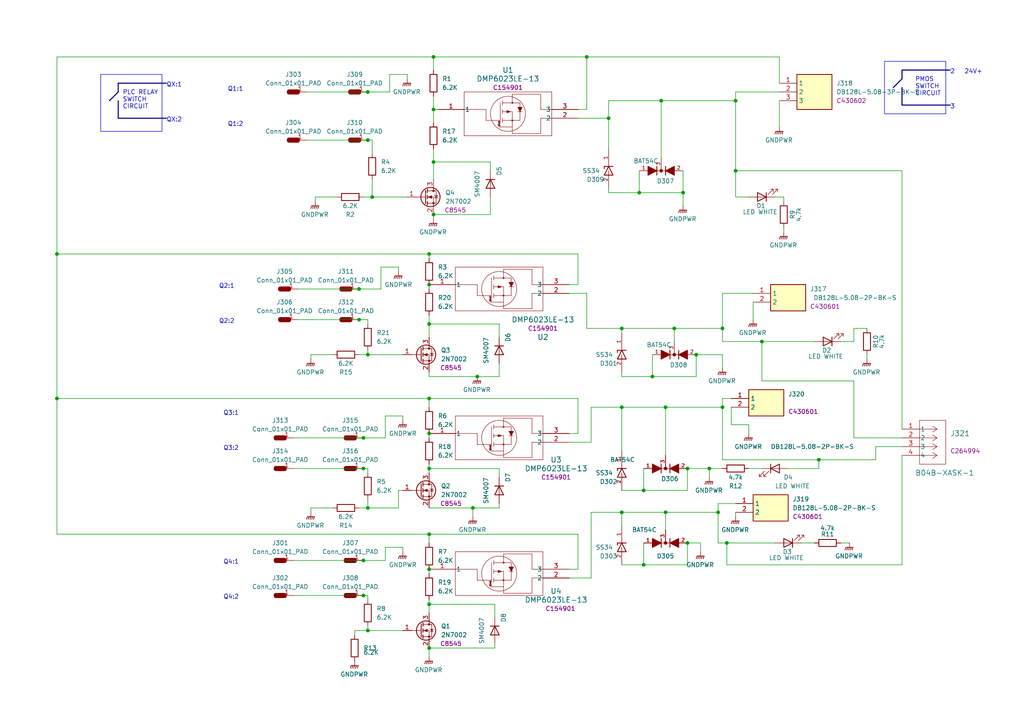
<source format=kicad_sch>
(kicad_sch (version 20230121) (generator eeschema)
  (paper "A4")
  (title_block (title "PLC OUTPUTS (P-MOS)"))
  (lib_symbols
    (symbol "Device:LED" (pin_numbers hide) (pin_names (offset 1.016) hide)
      (property "Reference" "D" (at 0 2.54 0))
      (property "Value" "LED" (at 0 -2.54 0))
      (symbol "LED_1_1"
        (pin passive line (at -3.81 0 0) (length 2.54) (name "K") (number "1"))
        (pin passive line (at 3.81 0 180) (length 2.54) (name "A") (number "2"))
      )
    )
    (symbol "Device:R" (pin_numbers hide) (pin_names (offset 0))
      (property "Reference" "R" (at 2.032 0 90))
      (property "Value" "R" (at 0 0 90))
      (symbol "R_1_1"
        (pin passive line (at 0 3.81 270) (length 1.27) (name "~") (number "1"))
        (pin passive line (at 0 -3.81 90) (length 1.27) (name "~") (number "2"))
      )
    )
    (symbol "Diode:SM4007" (pin_numbers hide) (pin_names hide)
      (property "Reference" "D" (at 0 2.54 0))
      (property "Value" "SM4007" (at 0 -2.54 0))
      (symbol "SM4007_1_1"
        (pin passive line (at -3.81 0 0) (length 2.54) (name "K") (number "1"))
        (pin passive line (at 3.81 0 180) (length 2.54) (name "A") (number "2"))
      )
    )
    (symbol "PCB_Library:1729128"
      (property "Reference" "J" (at 16.51 7.62 0))
      (property "Value" "XY128V-A-5.08-2P" (at 16.51 5.08 0))
      (property "LCSC" "C557665" (at 8.89 6.35 0))
      (symbol "1729128_1_1"
        (pin passive line (at 0 0 0) (length 5.08) (name "1") (number "1"))
        (pin passive line (at 0 -2.54 0) (length 5.08) (name "2") (number "2"))
      )
    )
    (symbol "PCB_Library:B04B-XASK-1" (pin_names (offset 0.254))
      (property "Reference" "J" (at 8.89 6.35 0))
      (property "Value" "B04B-XASK-1" (at 2.54 10.16 0))
      (property "LCSC" "C264994" (at -5.08 3.81 0))
      (symbol "B04B-XASK-1_1_1"
        (pin unspecified line (at 0 0 0) (length 5.08) (name "1") (number "1"))
        (pin unspecified line (at 0 -2.54 0) (length 5.08) (name "2") (number "2"))
        (pin unspecified line (at 0 -5.08 0) (length 5.08) (name "3") (number "3"))
        (pin unspecified line (at 0 -7.62 0) (length 5.08) (name "4") (number "4"))
      )
      (symbol "B04B-XASK-1_1_2"
        (pin unspecified line (at 0 0 0) (length 5.08) (name "1") (number "1"))
        (pin unspecified line (at 0 -2.54 0) (length 5.08) (name "2") (number "2"))
        (pin unspecified line (at 0 -5.08 0) (length 5.08) (name "3") (number "3"))
        (pin unspecified line (at 0 -7.62 0) (length 5.08) (name "4") (number "4"))
      )
    )
    (symbol "PCB_Library:BAT54C" (pin_names (offset 1.016))
      (property "Reference" "D" (at 6.35 5.08 0))
      (property "Value" "BAT54C" (at 5.08 -5.08 0))
      (symbol "BAT54C_0_0"
        (pin passive line (at 0 6.35 270) (length 2.54) (name "~") (number "1"))
        (pin passive line (at 0 -6.35 90) (length 2.54) (name "~") (number "2"))
        (pin passive line (at 3.81 0 180) (length 3.54) (name "~") (number "3"))
      )
    )
    (symbol "PCB_Library:BSS308PEH6327XTSA1" (pin_names (offset 0.254))
      (property "Reference" "U" (at 20.32 10.16 0))
      (property "Value" "BSS308PEH6327XTSA1" (at 20.32 7.62 0))
      (property "LCSC" "C148271" (at 0 0 0))
      (symbol "BSS308PEH6327XTSA1_0_1"
        (pin unspecified line (at 0 0 0) (length 7.62) (name "1") (number "1"))
        (pin unspecified line (at 40.64 -2.54 180) (length 7.62) (name "2") (number "2"))
        (pin unspecified line (at 40.64 0 180) (length 7.62) (name "3") (number "3"))
      )
    )
    (symbol "PCB_Library:Conn_01x01_PAD" (pin_names (offset 1.016) hide)
      (property "Reference" "J" (at 0 2.54 0))
      (property "Value" "Conn_01x01_PAD" (at 1.27 -3.81 0))
      (symbol "Conn_01x01_PAD_1_1"
        (pin passive line (at 5.08 0 180) (length 3.81) (name "Pin_1") (number "1"))
      )
    )
    (symbol "PCB_Library:SMBJ24A" (pin_names (offset 1.016))
      (property "Reference" "D" (at -5.0835 2.4159 0))
      (property "Value" "SMBJ24A" (at -5.0854 -4.9611 0))
      (symbol "SMBJ24A_1_0"
        (pin passive line (at -6.35 0 0) (length 5.08) (name "~") (number "1"))
        (pin passive line (at 5.08 0 180) (length 5.08) (name "~") (number "2"))
      )
    )
    (symbol "PCB_Library:XY128V-A-5.08-3P"
      (property "Reference" "J" (at 16.51 7.62 0))
      (property "Value" "XY128V-A-5.08-3P" (at 16.51 5.08 0))
      (property "LCSC" "C557666" (at 8.89 6.35 0))
      (symbol "XY128V-A-5.08-3P_1_1"
        (pin passive line (at 0 0 0) (length 5.08) (name "1") (number "1"))
        (pin passive line (at 0 -2.54 0) (length 5.08) (name "2") (number "2"))
        (pin passive line (at 0 -5.08 0) (length 5.08) (name "3") (number "3"))
      )
    )
    (symbol "Transistor_FET:2N7002" (pin_names hide)
      (property "Reference" "Q" (at 5.08 1.905 0))
      (property "Value" "2N7002" (at 5.08 0 0))
      (symbol "2N7002_1_1"
        (pin input line (at -5.08 0 0) (length 2.54) (name "G") (number "1"))
        (pin passive line (at 2.54 -5.08 90) (length 2.54) (name "S") (number "2"))
        (pin passive line (at 2.54 5.08 270) (length 2.54) (name "D") (number "3"))
      )
    )
    (symbol "power:GNDPWR" (power) (pin_names (offset 0))
      (property "Value" "GNDPWR" (at 0 -3.302 0))
      (symbol "GNDPWR_1_1"
        (pin power_in line (at 0 0 270) (length 0) hide (name "GNDPWR") (number "1"))
      )
    )
  )
  (junction (at 106.68 102.87))
  (junction (at 220.98 99.06))
  (junction (at 189.23 109.22))
  (junction (at 186.69 163.83))
  (junction (at 124.46 93.98))
  (junction (at 191.77 29.21))
  (junction (at 125.73 62.23))
  (junction (at 106.68 182.88))
  (junction (at 176.53 34.29))
  (junction (at 124.46 175.26))
  (junction (at 124.46 125.73))
  (junction (at 209.55 95.25))
  (junction (at 124.46 82.55))
  (junction (at 213.36 49.53))
  (junction (at 237.49 133.35))
  (junction (at 180.34 118.11))
  (junction (at 124.46 135.89))
  (junction (at 199.39 135.89))
  (junction (at 170.18 16.51))
  (junction (at 209.55 118.11))
  (junction (at 125.73 16.51))
  (junction (at 180.34 95.25))
  (junction (at 125.73 31.75))
  (junction (at 107.95 57.15))
  (junction (at 106.68 147.32))
  (junction (at 106.68 26.67))
  (junction (at 104.14 92.71))
  (junction (at 201.93 102.87))
  (junction (at 16.51 73.66))
  (junction (at 210.82 157.48))
  (junction (at 208.28 148.59))
  (junction (at 16.51 115.57))
  (junction (at 198.12 55.88))
  (junction (at 195.58 95.25))
  (junction (at 124.46 165.1))
  (junction (at 124.46 187.96))
  (junction (at 105.41 127))
  (junction (at 193.04 118.11))
  (junction (at 213.36 29.21))
  (junction (at 105.41 162.56))
  (junction (at 185.42 55.88))
  (junction (at 104.14 83.82))
  (junction (at 180.34 148.59))
  (junction (at 186.69 142.24))
  (junction (at 138.43 109.22))
  (junction (at 125.73 46.99))
  (junction (at 124.46 115.57))
  (junction (at 105.41 135.89))
  (junction (at 205.74 135.89))
  (junction (at 137.16 147.32))
  (junction (at 105.41 172.72))
  (junction (at 193.04 148.59))
  (junction (at 124.46 154.94))
  (junction (at 199.39 157.48))
  (junction (at 124.46 73.66))
  (junction (at 106.68 40.64))
  (wire (pts (xy 124.46 115.57) (xy 124.46 118.11)))
  (wire (pts (xy 176.53 29.21) (xy 176.53 34.29)))
  (wire (pts (xy 193.04 118.11) (xy 209.55 118.11)))
  (wire (pts (xy 186.69 142.24) (xy 199.39 142.24)))
  (wire (pts (xy 209.55 85.09) (xy 209.55 95.25)))
  (bus (pts (xy 261.62 25.4) (xy 261.62 30.48)))
  (wire (pts (xy 125.73 31.75) (xy 125.73 35.56)))
  (wire (pts (xy 90.17 102.87) (xy 96.52 102.87)))
  (wire (pts (xy 125.73 16.51) (xy 170.18 16.51)))
  (wire (pts (xy 180.34 109.22) (xy 189.23 109.22)))
  (wire (pts (xy 125.73 16.51) (xy 125.73 20.32)))
  (wire (pts (xy 124.46 154.94) (xy 167.64 154.94)))
  (wire (pts (xy 198.12 55.88) (xy 185.42 55.88)))
  (wire (pts (xy 124.46 190.5) (xy 124.46 187.96)))
  (bus (pts (xy 34.29 24.13) (xy 34.29 26.67)))
  (wire (pts (xy 247.65 99.06) (xy 247.65 95.25)))
  (wire (pts (xy 106.68 182.88) (xy 106.68 181.61)))
  (wire (pts (xy 237.49 133.35) (xy 237.49 135.89)))
  (wire (pts (xy 106.68 147.32) (xy 106.68 144.78)))
  (wire (pts (xy 106.68 26.67) (xy 113.03 26.67)))
  (wire (pts (xy 124.46 91.44) (xy 124.46 93.98)))
  (wire (pts (xy 111.76 158.75) (xy 116.84 158.75)))
  (wire (pts (xy 106.68 101.6) (xy 106.68 102.87)))
  (wire (pts (xy 104.14 147.32) (xy 106.68 147.32)))
  (wire (pts (xy 124.46 109.22) (xy 138.43 109.22)))
  (wire (pts (xy 185.42 49.53) (xy 185.42 55.88)))
  (wire (pts (xy 124.46 109.22) (xy 124.46 107.95)))
  (wire (pts (xy 209.55 102.87) (xy 209.55 106.68)))
  (wire (pts (xy 143.51 175.26) (xy 143.51 179.07)))
  (wire (pts (xy 124.46 73.66) (xy 124.46 74.93)))
  (wire (pts (xy 110.49 77.47) (xy 110.49 83.82)))
  (wire (pts (xy 124.46 115.57) (xy 167.64 115.57)))
  (wire (pts (xy 102.87 182.88) (xy 106.68 182.88)))
  (wire (pts (xy 86.36 83.82) (xy 104.14 83.82)))
  (wire (pts (xy 107.95 40.64) (xy 107.95 44.45)))
  (wire (pts (xy 195.58 95.25) (xy 195.58 99.06)))
  (wire (pts (xy 90.17 147.32) (xy 96.52 147.32)))
  (bus (pts (xy 261.62 20.32) (xy 261.62 22.86)))
  (wire (pts (xy 193.04 148.59) (xy 193.04 153.67)))
  (wire (pts (xy 224.79 57.15) (xy 227.33 57.15)))
  (wire (pts (xy 142.24 57.15) (xy 142.24 62.23)))
  (wire (pts (xy 213.36 148.59) (xy 213.36 149.86)))
  (wire (pts (xy 176.53 54.61) (xy 176.53 55.88)))
  (wire (pts (xy 125.73 62.23) (xy 125.73 63.5)))
  (wire (pts (xy 171.45 148.59) (xy 180.34 148.59)))
  (wire (pts (xy 201.93 102.87) (xy 201.93 109.22)))
  (wire (pts (xy 88.9 26.67) (xy 106.68 26.67)))
  (wire (pts (xy 203.2 160.02) (xy 203.2 157.48)))
  (wire (pts (xy 144.78 93.98) (xy 144.78 97.79)))
  (wire (pts (xy 180.34 148.59) (xy 193.04 148.59)))
  (wire (pts (xy 205.74 135.89) (xy 209.55 135.89)))
  (wire (pts (xy 106.68 173.99) (xy 106.68 172.72)))
  (wire (pts (xy 203.2 157.48) (xy 199.39 157.48)))
  (wire (pts (xy 237.49 133.35) (xy 254 133.35)))
  (wire (pts (xy 91.44 57.15) (xy 97.79 57.15)))
  (wire (pts (xy 180.34 109.22) (xy 180.34 107.95)))
  (wire (pts (xy 144.78 146.05) (xy 144.78 147.32)))
  (wire (pts (xy 125.73 43.18) (xy 125.73 46.99)))
  (wire (pts (xy 198.12 49.53) (xy 198.12 55.88)))
  (wire (pts (xy 124.46 187.96) (xy 143.51 187.96)))
  (wire (pts (xy 90.17 102.87) (xy 90.17 104.14)))
  (wire (pts (xy 16.51 154.94) (xy 124.46 154.94)))
  (wire (pts (xy 186.69 163.83) (xy 199.39 163.83)))
  (wire (pts (xy 106.68 182.88) (xy 116.84 182.88)))
  (wire (pts (xy 180.34 95.25) (xy 195.58 95.25)))
  (wire (pts (xy 106.68 172.72) (xy 105.41 172.72)))
  (wire (pts (xy 180.34 152.4) (xy 180.34 148.59)))
  (wire (pts (xy 138.43 109.22) (xy 144.78 109.22)))
  (bus (pts (xy 275.59 20.32) (xy 261.62 20.32)))
  (wire (pts (xy 124.46 93.98) (xy 144.78 93.98)))
  (wire (pts (xy 180.34 142.24) (xy 186.69 142.24)))
  (wire (pts (xy 208.28 148.59) (xy 208.28 157.48)))
  (wire (pts (xy 176.53 29.21) (xy 191.77 29.21)))
  (wire (pts (xy 213.36 57.15) (xy 217.17 57.15)))
  (wire (pts (xy 116.84 142.24) (xy 115.57 142.24)))
  (bus (pts (xy 34.29 34.29) (xy 48.26 34.29)))
  (wire (pts (xy 213.36 29.21) (xy 213.36 49.53)))
  (wire (pts (xy 116.84 120.65) (xy 116.84 121.92)))
  (wire (pts (xy 144.78 135.89) (xy 144.78 138.43)))
  (wire (pts (xy 105.41 57.15) (xy 107.95 57.15)))
  (wire (pts (xy 124.46 134.62) (xy 124.46 135.89)))
  (wire (pts (xy 213.36 26.67) (xy 226.06 26.67)))
  (wire (pts (xy 186.69 157.48) (xy 186.69 163.83)))
  (wire (pts (xy 110.49 77.47) (xy 115.57 77.47)))
  (wire (pts (xy 102.87 184.15) (xy 102.87 182.88)))
  (wire (pts (xy 165.1 85.09) (xy 170.18 85.09)))
  (wire (pts (xy 143.51 186.69) (xy 143.51 187.96)))
  (wire (pts (xy 105.41 127) (xy 111.76 127)))
  (wire (pts (xy 180.34 118.11) (xy 193.04 118.11)))
  (bus (pts (xy 31.75 29.21) (xy 34.29 26.67)))
  (wire (pts (xy 106.68 40.64) (xy 107.95 40.64)))
  (wire (pts (xy 199.39 135.89) (xy 199.39 142.24)))
  (bus (pts (xy 48.26 24.13) (xy 34.29 24.13)))
  (wire (pts (xy 124.46 173.99) (xy 124.46 175.26)))
  (wire (pts (xy 226.06 29.21) (xy 226.06 36.83)))
  (wire (pts (xy 91.44 57.15) (xy 91.44 58.42)))
  (wire (pts (xy 107.95 52.07) (xy 107.95 57.15)))
  (wire (pts (xy 180.34 118.11) (xy 180.34 130.81)))
  (wire (pts (xy 85.09 127) (xy 105.41 127)))
  (wire (pts (xy 193.04 148.59) (xy 208.28 148.59)))
  (wire (pts (xy 106.68 147.32) (xy 115.57 147.32)))
  (bus (pts (xy 34.29 29.21) (xy 34.29 34.29)))
  (wire (pts (xy 210.82 157.48) (xy 224.79 157.48)))
  (wire (pts (xy 111.76 120.65) (xy 116.84 120.65)))
  (wire (pts (xy 165.1 167.64) (xy 171.45 167.64)))
  (wire (pts (xy 125.73 46.99) (xy 125.73 52.07)))
  (wire (pts (xy 106.68 92.71) (xy 106.68 93.98)))
  (wire (pts (xy 209.55 115.57) (xy 209.55 118.11)))
  (wire (pts (xy 124.46 73.66) (xy 167.64 73.66)))
  (wire (pts (xy 16.51 73.66) (xy 16.51 115.57)))
  (wire (pts (xy 125.73 62.23) (xy 142.24 62.23)))
  (wire (pts (xy 170.18 95.25) (xy 180.34 95.25)))
  (wire (pts (xy 16.51 73.66) (xy 124.46 73.66)))
  (wire (pts (xy 189.23 102.87) (xy 189.23 109.22)))
  (wire (pts (xy 212.09 118.11) (xy 212.09 123.19)))
  (wire (pts (xy 227.33 57.15) (xy 227.33 58.42)))
  (wire (pts (xy 213.36 49.53) (xy 261.62 49.53)))
  (wire (pts (xy 165.1 128.27) (xy 171.45 128.27)))
  (wire (pts (xy 115.57 142.24) (xy 115.57 147.32)))
  (wire (pts (xy 124.46 93.98) (xy 124.46 97.79)))
  (wire (pts (xy 199.39 135.89) (xy 205.74 135.89)))
  (wire (pts (xy 116.84 158.75) (xy 116.84 160.02)))
  (wire (pts (xy 176.53 34.29) (xy 176.53 43.18)))
  (wire (pts (xy 180.34 95.25) (xy 180.34 96.52)))
  (wire (pts (xy 198.12 55.88) (xy 198.12 59.69)))
  (wire (pts (xy 213.36 26.67) (xy 213.36 29.21)))
  (wire (pts (xy 201.93 102.87) (xy 209.55 102.87)))
  (wire (pts (xy 232.41 157.48) (xy 236.22 157.48)))
  (wire (pts (xy 124.46 154.94) (xy 124.46 157.48)))
  (wire (pts (xy 227.33 66.04) (xy 227.33 67.31)))
  (wire (pts (xy 171.45 118.11) (xy 171.45 128.27)))
  (wire (pts (xy 137.16 147.32) (xy 137.16 149.86)))
  (wire (pts (xy 125.73 27.94) (xy 125.73 31.75)))
  (wire (pts (xy 125.73 46.99) (xy 142.24 46.99)))
  (wire (pts (xy 210.82 163.83) (xy 261.62 163.83)))
  (wire (pts (xy 165.1 165.1) (xy 167.64 165.1)))
  (wire (pts (xy 180.34 163.83) (xy 186.69 163.83)))
  (wire (pts (xy 167.64 115.57) (xy 167.64 125.73)))
  (wire (pts (xy 124.46 135.89) (xy 144.78 135.89)))
  (wire (pts (xy 209.55 115.57) (xy 212.09 115.57)))
  (wire (pts (xy 165.1 82.55) (xy 167.64 82.55)))
  (wire (pts (xy 208.28 146.05) (xy 208.28 148.59)))
  (wire (pts (xy 125.73 31.75) (xy 127 31.75)))
  (wire (pts (xy 86.36 92.71) (xy 104.14 92.71)))
  (wire (pts (xy 105.41 162.56) (xy 111.76 162.56)))
  (wire (pts (xy 247.65 110.49) (xy 247.65 127)))
  (wire (pts (xy 85.09 162.56) (xy 105.41 162.56)))
  (wire (pts (xy 247.65 95.25) (xy 251.46 95.25)))
  (wire (pts (xy 217.17 123.19) (xy 217.17 125.73)))
  (wire (pts (xy 111.76 120.65) (xy 111.76 127)))
  (wire (pts (xy 170.18 16.51) (xy 226.06 16.51)))
  (wire (pts (xy 205.74 138.43) (xy 205.74 135.89)))
  (wire (pts (xy 237.49 135.89) (xy 228.6 135.89)))
  (wire (pts (xy 16.51 115.57) (xy 16.51 154.94)))
  (wire (pts (xy 124.46 135.89) (xy 124.46 137.16)))
  (wire (pts (xy 106.68 137.16) (xy 106.68 135.89)))
  (wire (pts (xy 171.45 148.59) (xy 171.45 167.64)))
  (wire (pts (xy 191.77 29.21) (xy 191.77 45.72)))
  (wire (pts (xy 167.64 73.66) (xy 167.64 82.55)))
  (wire (pts (xy 199.39 157.48) (xy 199.39 163.83)))
  (wire (pts (xy 16.51 115.57) (xy 124.46 115.57)))
  (wire (pts (xy 220.98 110.49) (xy 247.65 110.49)))
  (wire (pts (xy 90.17 147.32) (xy 90.17 148.59)))
  (wire (pts (xy 170.18 16.51) (xy 170.18 31.75)))
  (bus (pts (xy 259.08 25.4) (xy 261.62 22.86)))
  (wire (pts (xy 165.1 125.73) (xy 167.64 125.73)))
  (wire (pts (xy 208.28 146.05) (xy 213.36 146.05)))
  (wire (pts (xy 124.46 125.73) (xy 124.46 127)))
  (wire (pts (xy 208.28 157.48) (xy 210.82 157.48)))
  (wire (pts (xy 243.84 157.48) (xy 246.38 157.48)))
  (wire (pts (xy 212.09 123.19) (xy 217.17 123.19)))
  (wire (pts (xy 261.62 132.08) (xy 261.62 163.83)))
  (wire (pts (xy 226.06 16.51) (xy 226.06 24.13)))
  (wire (pts (xy 16.51 16.51) (xy 125.73 16.51)))
  (wire (pts (xy 191.77 29.21) (xy 213.36 29.21)))
  (wire (pts (xy 254 129.54) (xy 254 133.35)))
  (wire (pts (xy 106.68 135.89) (xy 105.41 135.89)))
  (wire (pts (xy 85.09 172.72) (xy 105.41 172.72)))
  (wire (pts (xy 104.14 102.87) (xy 106.68 102.87)))
  (wire (pts (xy 220.98 99.06) (xy 236.22 99.06)))
  (wire (pts (xy 213.36 49.53) (xy 213.36 57.15)))
  (wire (pts (xy 142.24 46.99) (xy 142.24 49.53)))
  (wire (pts (xy 209.55 99.06) (xy 220.98 99.06)))
  (wire (pts (xy 218.44 87.63) (xy 218.44 92.71)))
  (wire (pts (xy 209.55 95.25) (xy 209.55 99.06)))
  (wire (pts (xy 124.46 165.1) (xy 124.46 166.37)))
  (wire (pts (xy 107.95 57.15) (xy 118.11 57.15)))
  (wire (pts (xy 220.98 135.89) (xy 217.17 135.89)))
  (wire (pts (xy 124.46 175.26) (xy 143.51 175.26)))
  (wire (pts (xy 170.18 31.75) (xy 167.64 31.75)))
  (wire (pts (xy 220.98 99.06) (xy 220.98 110.49)))
  (wire (pts (xy 167.64 154.94) (xy 167.64 165.1)))
  (wire (pts (xy 185.42 55.88) (xy 176.53 55.88)))
  (wire (pts (xy 170.18 95.25) (xy 170.18 85.09)))
  (wire (pts (xy 118.11 21.59) (xy 118.11 22.86)))
  (wire (pts (xy 209.55 85.09) (xy 218.44 85.09)))
  (wire (pts (xy 209.55 118.11) (xy 209.55 133.35)))
  (wire (pts (xy 144.78 105.41) (xy 144.78 109.22)))
  (wire (pts (xy 193.04 118.11) (xy 193.04 132.08)))
  (wire (pts (xy 251.46 102.87) (xy 251.46 104.14)))
  (wire (pts (xy 85.09 135.89) (xy 105.41 135.89)))
  (wire (pts (xy 115.57 77.47) (xy 115.57 78.74)))
  (wire (pts (xy 113.03 21.59) (xy 118.11 21.59)))
  (wire (pts (xy 171.45 118.11) (xy 180.34 118.11)))
  (wire (pts (xy 104.14 83.82) (xy 110.49 83.82)))
  (wire (pts (xy 137.16 147.32) (xy 124.46 147.32)))
  (wire (pts (xy 243.84 99.06) (xy 247.65 99.06)))
  (wire (pts (xy 16.51 16.51) (xy 16.51 73.66)))
  (bus (pts (xy 261.62 30.48) (xy 275.59 30.48)))
  (wire (pts (xy 247.65 127) (xy 261.62 127)))
  (wire (pts (xy 124.46 82.55) (xy 124.46 83.82)))
  (wire (pts (xy 113.03 21.59) (xy 113.03 26.67)))
  (wire (pts (xy 254 129.54) (xy 261.62 129.54)))
  (wire (pts (xy 124.46 175.26) (xy 124.46 177.8)))
  (wire (pts (xy 88.9 40.64) (xy 106.68 40.64)))
  (wire (pts (xy 189.23 109.22) (xy 201.93 109.22)))
  (wire (pts (xy 111.76 158.75) (xy 111.76 162.56)))
  (wire (pts (xy 195.58 95.25) (xy 209.55 95.25)))
  (wire (pts (xy 209.55 133.35) (xy 237.49 133.35)))
  (wire (pts (xy 186.69 135.89) (xy 186.69 142.24)))
  (wire (pts (xy 106.68 102.87) (xy 116.84 102.87)))
  (wire (pts (xy 261.62 49.53) (xy 261.62 124.46)))
  (wire (pts (xy 210.82 157.48) (xy 210.82 163.83)))
  (wire (pts (xy 167.64 34.29) (xy 176.53 34.29)))
  (wire (pts (xy 137.16 147.32) (xy 144.78 147.32)))
  (wire (pts (xy 104.14 92.71) (xy 106.68 92.71)))
  (rectangle (start 29.21 21.59) (end 46.99 38.1))
  (rectangle (start 256.54 17.78) (end 274.32 33.02))
  (text "Q4:1" (at 64.77 163.83 0) (effects (font (size 1.27 1.27)) (justify left bottom)))
  (text "Q4:2" (at 64.77 173.99 0) (effects (font (size 1.27 1.27)) (justify left bottom)))
  (text "Q3:1" (at 64.77 120.65 0) (effects (font (size 1.27 1.27)) (justify left bottom)))
  (text "2   24V+\n" (at 275.59 21.59 0) (effects (font (size 1.27 1.27)) (justify left bottom)))
  (text "PMOS\nSWITCH\nCIRCUIT" (at 265.43 27.94 0) (effects (font (size 1.27 1.27)) (justify left bottom)))
  (text "QX:2" (at 48.26 35.56 0) (effects (font (size 1.27 1.27)) (justify left bottom)))
  (text "PLC RELAY\nSWITCH\nCIRCUIT" (at 35.56 31.75 0) (effects (font (size 1.27 1.27)) (justify left bottom)))
  (text "3\n" (at 275.59 31.75 0) (effects (font (size 1.27 1.27)) (justify left bottom)))
  (text "Q2:1" (at 63.5 83.82 0) (effects (font (size 1.27 1.27)) (justify left bottom)))
  (text "Q1:2" (at 66.04 36.83 0) (effects (font (size 1.27 1.27)) (justify left bottom)))
  (text "Q2:2" (at 63.5 93.98 0) (effects (font (size 1.27 1.27)) (justify left bottom)))
  (text "Q3:2" (at 64.77 130.81 0) (effects (font (size 1.27 1.27)) (justify left bottom)))
  (text "QX:1" (at 48.26 25.4 0) (effects (font (size 1.27 1.27)) (justify left bottom)))
  (text "Q1:1" (at 66.04 26.67 0) (effects (font (size 1.27 1.27)) (justify left bottom)))
  (symbol (lib_id "PCB_Library:Conn_01x01_PAD") (at 80.01 172.72 0) (unit 1)
    (property "Reference" "J302" (at 81.28 167.64 0))
    (property "Value" "Conn_01x01_PAD" (at 81.28 170.18 0))
    (property "Footprint" "PCB_Library:Conn_pin_PLC" (effects hide))
  )
  (symbol (lib_id "PCB_Library:Conn_01x01_PAD") (at 100.33 127 0) (unit 1)
    (property "Reference" "J315" (at 101.6 121.92 0))
    (property "Value" "Conn_01x01_PAD" (at 101.6 124.46 0))
    (property "Footprint" "PCB_Library:Conn_pin_PLC" (effects hide))
  )
  (symbol (lib_id "power:GNDPWR") (at 137.16 149.86 0) (unit 1)
    (property "Reference" "#PWR012" (effects hide))
    (property "Value" "GNDPWR" (at 137.033 153.67 0))
  )
  (symbol (lib_id "PCB_Library:XY128V-A-5.08-3P") (at 226.06 24.13 0) (unit 1)
    (property "Reference" "J318" (at 242.57 24.13 0) (effects (justify left)))
    (property "Value" "DB128L-5.08-3P-BK-S" (at 242.57 26.67 0) (effects (justify left)))
    (property "Footprint" "PCB_Library:XY128V-A-5.08-3P" (effects hide))
    (property "Datasheet" "https://jlcpcb.com/partdetail/581029-XY128V_A_5_083P/C557666" (effects hide))
    (property "Height" "10.15" (effects hide))
    (property "LCSC" "C430602" (at 242.57 29.21 0) (effects (justify left)))
  )
  (symbol (lib_id "power:GNDPWR") (at 138.43 109.22 0) (unit 1)
    (property "Reference" "#PWR014" (effects hide))
    (property "Value" "GNDPWR" (at 138.303 113.03 0))
  )
  (symbol (lib_id "Device:LED") (at 228.6 157.48 180) (unit 1)
    (property "Reference" "D3" (at 228.346 160.02 0))
    (property "Value" "LED WHITE" (at 228.092 161.798 0))
    (property "Footprint" "LED_SMD:LED_0603_1608Metric" (effects hide))
    (property "Datasheet" "https://datasheet.lcsc.com/lcsc/1809041711_Hubei-KENTO-Elec-C2290_C2290.pdf" (effects hide))
    (property "LCSC" "C2290" (effects hide))
    (property "MAX_TEMP" "85 C" (effects hide))
  )
  (symbol (lib_id "PCB_Library:Conn_01x01_PAD") (at 100.33 135.89 0) (unit 1)
    (property "Reference" "J316" (at 101.6 130.81 0))
    (property "Value" "Conn_01x01_PAD" (at 101.6 133.35 0))
    (property "Footprint" "PCB_Library:Conn_pin_PLC" (effects hide))
  )
  (symbol (lib_id "PCB_Library:Conn_01x01_PAD") (at 83.82 26.67 0) (unit 1)
    (property "Reference" "J303" (at 85.09 21.59 0))
    (property "Value" "Conn_01x01_PAD" (at 85.09 24.13 0))
    (property "Footprint" "PCB_Library:Conn_pin_PLC" (effects hide))
  )
  (symbol (lib_id "PCB_Library:Conn_01x01_PAD") (at 101.6 40.64 0) (unit 1)
    (property "Reference" "J310" (at 102.87 35.56 0))
    (property "Value" "Conn_01x01_PAD" (at 102.87 38.1 0))
    (property "Footprint" "PCB_Library:Conn_pin_PLC" (effects hide))
  )
  (symbol (lib_id "power:GNDPWR") (at 118.11 22.86 0) (unit 1)
    (property "Reference" "#PWR01" (effects hide))
    (property "Value" "GNDPWR" (at 117.983 26.67 0))
  )
  (symbol (lib_id "PCB_Library:BSS308PEH6327XTSA1") (at 127 31.75 0) (unit 1)
    (property "Reference" "U1" (at 147.32 20.32 0) (effects (font (size 1.524 1.524))))
    (property "Value" "DMP6023LE-13" (at 147.32 22.86 0) (effects (font (size 1.524 1.524))))
    (property "Footprint" "PCB_Library:SOT230P700X185-4N" (effects hide))
    (property "Datasheet" "https://jlcpcb.com/partdetail/DiodesIncorporated-DMP6023LE13/C154901" (effects hide))
    (property "LCSC" "C154901" (at 147.32 25.4 0))
  )
  (symbol (lib_id "PCB_Library:Conn_01x01_PAD") (at 101.6 26.67 0) (unit 1)
    (property "Reference" "J309" (at 102.87 21.59 0))
    (property "Value" "Conn_01x01_PAD" (at 102.87 24.13 0))
    (property "Footprint" "PCB_Library:Conn_pin_PLC" (effects hide))
  )
  (symbol (lib_id "Device:R") (at 227.33 62.23 180) (unit 1)
    (property "Reference" "R9" (at 229.87 62.23 90))
    (property "Value" "4.7k" (at 231.648 62.23 90))
    (property "Footprint" "Resistor_SMD:R_0603_1608Metric" (effects hide))
    (property "Datasheet" "https://datasheet.lcsc.com/lcsc/2206010145_UNI-ROYAL-Uniroyal-Elec-1206W4F4701T5E_C17936.pdf" (effects hide))
    (property "LCSC" "C88615" (effects hide))
    (property "MAX_TEMP" "125 C" (effects hide))
  )
  (symbol (lib_id "PCB_Library:BSS308PEH6327XTSA1") (at 124.46 125.73 0) (unit 1)
    (property "Reference" "U3" (at 161.29 133.35 0) (effects (font (size 1.524 1.524))))
    (property "Value" "DMP6023LE-13" (at 161.29 135.89 0) (effects (font (size 1.524 1.524))))
    (property "Footprint" "PCB_Library:SOT230P700X185-4N" (effects hide))
    (property "Datasheet" "https://jlcpcb.com/partdetail/DiodesIncorporated-DMP6023LE13/C154901" (effects hide))
    (property "LCSC" "C154901" (at 161.29 138.43 0))
  )
  (symbol (lib_id "power:GNDPWR") (at 90.17 148.59 0) (unit 1)
    (property "Reference" "#PWR011" (effects hide))
    (property "Value" "GNDPWR" (at 90.043 152.4 0))
  )
  (symbol (lib_id "power:GNDPWR") (at 116.84 160.02 0) (unit 1)
    (property "Reference" "#PWR04" (effects hide))
    (property "Value" "GNDPWR" (at 116.84 163.83 0))
  )
  (symbol (lib_id "Device:R") (at 124.46 130.81 0) (unit 1)
    (property "Reference" "R18" (at 127 129.54 0) (effects (justify left)))
    (property "Value" "6.2K" (at 127 132.08 0) (effects (justify left)))
    (property "Footprint" "Resistor_SMD:R_0603_1608Metric" (effects hide))
    (property "Datasheet" "https://jlcpcb.com/partdetail/4667-0603WAF6201T5E/C4260" (effects hide))
    (property "LCSC" "C4260" (effects hide))
    (property "MAX_TEMP" "155 C" (effects hide))
  )
  (symbol (lib_id "PCB_Library:BAT54C") (at 191.77 49.53 90) (unit 1)
    (property "Reference" "D307" (at 195.58 52.5272 90) (effects (justify left)))
    (property "Value" "BAT54C" (at 190.9572 46.6852 90) (effects (justify left)))
    (property "Footprint" "Package_TO_SOT_SMD:SOT-23" (effects hide))
    (property "Datasheet" "https://datasheet.lcsc.com/lcsc/1811141223_Nexperia-BAT54C-215_C37704.pdf" (effects hide))
    (property "LCSC" "C37704" (effects hide))
    (property "MAX_TEMP" "150 C" (effects hide))
  )
  (symbol (lib_id "power:GNDPWR") (at 218.44 92.71 0) (unit 1)
    (property "Reference" "#PWR019" (effects hide))
    (property "Value" "GNDPWR" (at 218.313 96.52 0))
  )
  (symbol (lib_id "PCB_Library:Conn_01x01_PAD") (at 81.28 92.71 0) (unit 1)
    (property "Reference" "J306" (at 82.55 87.63 0))
    (property "Value" "Conn_01x01_PAD" (at 82.55 90.17 0))
    (property "Footprint" "PCB_Library:Conn_pin_PLC" (effects hide))
  )
  (symbol (lib_id "PCB_Library:BAT54C") (at 193.04 135.89 90) (unit 1)
    (property "Reference" "D306" (at 196.85 138.8872 90) (effects (justify left)))
    (property "Value" "BAT54C" (at 184.15 133.35 90) (effects (justify left)))
    (property "Footprint" "Package_TO_SOT_SMD:SOT-23" (effects hide))
    (property "Datasheet" "https://datasheet.lcsc.com/lcsc/1811141223_Nexperia-BAT54C-215_C37704.pdf" (effects hide))
    (property "LCSC" "C37704" (effects hide))
    (property "MAX_TEMP" "150 C" (effects hide))
  )
  (symbol (lib_id "PCB_Library:Conn_01x01_PAD") (at 80.01 162.56 0) (unit 1)
    (property "Reference" "J301" (at 81.28 157.48 0))
    (property "Value" "Conn_01x01_PAD" (at 81.28 160.02 0))
    (property "Footprint" "PCB_Library:Conn_pin_PLC" (effects hide))
  )
  (symbol (lib_id "power:GNDPWR") (at 209.55 106.68 0) (unit 1)
    (property "Reference" "#PWR05" (effects hide))
    (property "Value" "GNDPWR" (at 209.423 110.49 0))
  )
  (symbol (lib_id "power:GNDPWR") (at 102.87 191.77 0) (unit 1)
    (property "Reference" "#PWR010" (effects hide))
    (property "Value" "GNDPWR" (at 102.743 195.58 0))
  )
  (symbol (lib_id "PCB_Library:SMBJ24A") (at 176.53 49.53 270) (unit 1)
    (property "Reference" "D309" (at 175.26 52.07 90) (effects (justify right)))
    (property "Value" "SS34" (at 173.99 49.53 90) (effects (justify right)))
    (property "Footprint" "Diode_SMD:D_SMA" (effects hide))
    (property "Datasheet" "https://jlcpcb.com/partdetail/mdd_microdiode_semiconductor-SS34/C8678" (effects hide))
    (property "STANDARD" "IPC-7351B" (effects hide))
    (property "LCSC" "C8678" (effects hide))
  )
  (symbol (lib_id "power:GNDPWR") (at 124.46 190.5 0) (unit 1)
    (property "Reference" "#PWR09" (effects hide))
    (property "Value" "GNDPWR" (at 124.333 194.31 0))
  )
  (symbol (lib_id "Device:R") (at 102.87 187.96 0) (unit 1)
    (property "Reference" "R13" (at 105.41 187.96 0) (effects (justify left)))
    (property "Value" "6.2K" (at 105.41 189.23 0) (effects (justify left)))
    (property "Footprint" "Resistor_SMD:R_0603_1608Metric" (effects hide))
    (property "Datasheet" "https://jlcpcb.com/partdetail/4667-0603WAF6201T5E/C4260" (effects hide))
    (property "LCSC" "C4260" (effects hide))
    (property "MAX_TEMP" "155 C" (effects hide))
  )
  (symbol (lib_id "PCB_Library:Conn_01x01_PAD") (at 81.28 83.82 0) (unit 1)
    (property "Reference" "J305" (at 82.55 78.74 0))
    (property "Value" "Conn_01x01_PAD" (at 82.55 81.28 0))
    (property "Footprint" "PCB_Library:Conn_pin_PLC" (effects hide))
  )
  (symbol (lib_id "PCB_Library:BSS308PEH6327XTSA1") (at 124.46 82.55 0) (unit 1)
    (property "Reference" "U2" (at 157.48 97.79 0) (effects (font (size 1.524 1.524))))
    (property "Value" "DMP6023LE-13" (at 157.48 92.71 0) (effects (font (size 1.524 1.524))))
    (property "Footprint" "PCB_Library:SOT230P700X185-4N" (effects hide))
    (property "Datasheet" "https://jlcpcb.com/partdetail/DiodesIncorporated-DMP6023LE13/C154901" (effects hide))
    (property "LCSC" "C154901" (at 157.48 95.25 0))
  )
  (symbol (lib_id "Device:R") (at 213.36 135.89 270) (unit 1)
    (property "Reference" "R12" (at 213.36 140.97 90))
    (property "Value" "4.7k" (at 213.36 138.43 90))
    (property "Footprint" "Resistor_SMD:R_0603_1608Metric" (effects hide))
    (property "Datasheet" "https://datasheet.lcsc.com/lcsc/2206010145_UNI-ROYAL-Uniroyal-Elec-1206W4F4701T5E_C17936.pdf" (effects hide))
    (property "LCSC" "C88615" (effects hide))
    (property "MAX_TEMP" "125 C" (effects hide))
  )
  (symbol (lib_id "power:GNDPWR") (at 217.17 125.73 0) (unit 1)
    (property "Reference" "#PWR017" (effects hide))
    (property "Value" "GNDPWR" (at 217.043 129.54 0))
  )
  (symbol (lib_id "PCB_Library:1729128") (at 212.09 115.57 0) (unit 1)
    (property "Reference" "J320" (at 228.6 114.3 0) (effects (justify left)))
    (property "Value" "DB128L-5.08-2P-BK-S" (at 223.52 129.54 0) (effects (justify left)))
    (property "Footprint" "PCB_Library:1729128" (effects hide))
    (property "Datasheet" "https://jlcpcb.com/partdetail/581028-XY128V_A_5_082P/C557665" (effects hide))
    (property "Height" "10.15" (effects hide))
    (property "Mouser Part Number" "651-1729128" (effects hide))
    (property "LCSC" "C430601" (at 228.6 119.38 0) (effects (justify left)))
  )
  (symbol (lib_id "PCB_Library:Conn_01x01_PAD") (at 99.06 92.71 0) (unit 1)
    (property "Reference" "J312" (at 100.33 87.63 0))
    (property "Value" "Conn_01x01_PAD" (at 100.33 90.17 0))
    (property "Footprint" "PCB_Library:Conn_pin_PLC" (effects hide))
  )
  (symbol (lib_id "Device:R") (at 100.33 102.87 90) (unit 1)
    (property "Reference" "R15" (at 100.33 107.95 90))
    (property "Value" "6.2K" (at 100.33 105.41 90))
    (property "Footprint" "Resistor_SMD:R_0603_1608Metric" (effects hide))
    (property "Datasheet" "https://jlcpcb.com/partdetail/4667-0603WAF6201T5E/C4260" (effects hide))
    (property "LCSC" "C4260" (effects hide))
    (property "MAX_TEMP" "155 C" (effects hide))
  )
  (symbol (lib_id "Device:R") (at 124.46 161.29 180) (unit 1)
    (property "Reference" "R7" (at 127 160.02 0) (effects (justify right)))
    (property "Value" "6.2K" (at 127 162.56 0) (effects (justify right)))
    (property "Footprint" "Resistor_SMD:R_0603_1608Metric" (effects hide))
    (property "Datasheet" "https://jlcpcb.com/partdetail/4667-0603WAF6201T5E/C4260" (effects hide))
    (property "LCSC" "C4260" (effects hide))
    (property "MAX_TEMP" "155 C" (effects hide))
  )
  (symbol (lib_id "Device:R") (at 124.46 78.74 180) (unit 1)
    (property "Reference" "R3" (at 127 77.47 0) (effects (justify right)))
    (property "Value" "6.2K" (at 127 80.01 0) (effects (justify right)))
    (property "Footprint" "Resistor_SMD:R_0603_1608Metric" (effects hide))
    (property "Datasheet" "https://jlcpcb.com/partdetail/4667-0603WAF6201T5E/C4260" (effects hide))
    (property "LCSC" "C4260" (effects hide))
    (property "MAX_TEMP" "155 C" (effects hide))
  )
  (symbol (lib_id "PCB_Library:SMBJ24A") (at 180.34 102.87 270) (unit 1)
    (property "Reference" "D301" (at 179.07 105.41 90) (effects (justify right)))
    (property "Value" "SS34" (at 177.8 102.87 90) (effects (justify right)))
    (property "Footprint" "Diode_SMD:D_SMA" (effects hide))
    (property "Datasheet" "https://jlcpcb.com/partdetail/mdd_microdiode_semiconductor-SS34/C8678" (effects hide))
    (property "STANDARD" "IPC-7351B" (effects hide))
    (property "LCSC" "C8678" (effects hide))
  )
  (symbol (lib_id "Device:R") (at 125.73 24.13 180) (unit 1)
    (property "Reference" "R1" (at 128.27 22.86 0) (effects (justify right)))
    (property "Value" "6.2K" (at 128.27 25.4 0) (effects (justify right)))
    (property "Footprint" "Resistor_SMD:R_0603_1608Metric" (effects hide))
    (property "Datasheet" "https://jlcpcb.com/partdetail/4667-0603WAF6201T5E/C4260" (effects hide))
    (property "LCSC" "C4260" (effects hide))
    (property "MAX_TEMP" "155 C" (effects hide))
  )
  (symbol (lib_id "PCB_Library:Conn_01x01_PAD") (at 100.33 162.56 0) (unit 1)
    (property "Reference" "J307" (at 101.6 157.48 0))
    (property "Value" "Conn_01x01_PAD" (at 101.6 160.02 0))
    (property "Footprint" "PCB_Library:Conn_pin_PLC" (effects hide))
  )
  (symbol (lib_id "PCB_Library:B04B-XASK-1") (at 261.62 124.46 0) (unit 1)
    (property "Reference" "J321" (at 275.59 125.73 0) (effects (font (size 1.524 1.524)) (justify left)))
    (property "Value" "B04B-XASK-1" (at 265.43 137.16 0) (effects (font (size 1.524 1.524)) (justify left)))
    (property "Footprint" "PCB_Library:CONN_B04B-XASK-1_JST" (effects hide))
    (property "Datasheet" "B04B-XASK-1" (effects hide))
    (property "LCSC" "C264994" (at 275.59 130.81 0) (effects (justify left)))
  )
  (symbol (lib_id "Device:R") (at 124.46 170.18 0) (unit 1)
    (property "Reference" "R19" (at 127 168.91 0) (effects (justify left)))
    (property "Value" "6.2K" (at 127 171.45 0) (effects (justify left)))
    (property "Footprint" "Resistor_SMD:R_0603_1608Metric" (effects hide))
    (property "Datasheet" "https://jlcpcb.com/partdetail/4667-0603WAF6201T5E/C4260" (effects hide))
    (property "LCSC" "C4260" (effects hide))
    (property "MAX_TEMP" "155 C" (effects hide))
  )
  (symbol (lib_id "Diode:SM4007") (at 142.24 53.34 270) (unit 1)
    (property "Reference" "D5" (at 144.78 48.26 0) (effects (justify left)))
    (property "Value" "SM4007" (at 138.43 49.53 0) (effects (justify left)))
    (property "Footprint" "Diode_SMD:D_SOD-123F" (effects hide))
    (property "Datasheet" "http://cdn-reichelt.de/documents/datenblatt/A400/SMD1N400%23DIO.pdf" (effects hide))
    (property "LCSC" "C64898" (effects hide))
    (property "MAX_TEMP" "150 C" (effects hide))
  )
  (symbol (lib_id "power:GNDPWR") (at 205.74 138.43 0) (unit 1)
    (property "Reference" "#PWR0303" (effects hide))
    (property "Value" "GNDPWR" (at 205.613 142.24 0))
  )
  (symbol (lib_id "Transistor_FET:2N7002") (at 121.92 182.88 0) (unit 1)
    (property "Reference" "Q1" (at 127.889 181.6099 0) (effects (justify left)))
    (property "Value" "2N7002" (at 127.889 184.1499 0) (effects (justify left)))
    (property "Footprint" "Package_TO_SOT_SMD:SOT-23" (effects hide))
    (property "Datasheet" "https://www.onsemi.com/pub/Collateral/NDS7002A-D.PDF" (effects hide))
    (property "LCSC" "C8545" (at 130.81 186.69 0))
    (property "MAX_TEMP" "150 C" (effects hide))
  )
  (symbol (lib_id "Device:R") (at 107.95 48.26 0) (unit 1)
    (property "Reference" "R4" (at 110.49 46.99 0) (effects (justify left)))
    (property "Value" "6.2K" (at 110.49 49.53 0) (effects (justify left)))
    (property "Footprint" "Resistor_SMD:R_0603_1608Metric" (effects hide))
    (property "Datasheet" "https://jlcpcb.com/partdetail/4667-0603WAF6201T5E/C4260" (effects hide))
    (property "LCSC" "C4260" (effects hide))
    (property "MAX_TEMP" "155 C" (effects hide))
  )
  (symbol (lib_id "Device:R") (at 106.68 140.97 0) (unit 1)
    (property "Reference" "R5" (at 109.22 139.7 0) (effects (justify left)))
    (property "Value" "6.2K" (at 109.22 142.24 0) (effects (justify left)))
    (property "Footprint" "Resistor_SMD:R_0603_1608Metric" (effects hide))
    (property "Datasheet" "https://jlcpcb.com/partdetail/4667-0603WAF6201T5E/C4260" (effects hide))
    (property "LCSC" "C4260" (effects hide))
    (property "MAX_TEMP" "155 C" (effects hide))
  )
  (symbol (lib_id "Device:LED") (at 224.79 135.89 0) (unit 1)
    (property "Reference" "D4" (at 228.6 138.43 0))
    (property "Value" "LED WHITE" (at 229.87 140.97 0))
    (property "Footprint" "LED_SMD:LED_0603_1608Metric" (effects hide))
    (property "Datasheet" "https://datasheet.lcsc.com/lcsc/1809041711_Hubei-KENTO-Elec-C2290_C2290.pdf" (effects hide))
    (property "LCSC" "C2290" (effects hide))
    (property "MAX_TEMP" "85 C" (effects hide))
  )
  (symbol (lib_id "Diode:SM4007") (at 144.78 142.24 270) (unit 1)
    (property "Reference" "D7" (at 147.32 137.16 0) (effects (justify left)))
    (property "Value" "SM4007" (at 140.97 138.43 0) (effects (justify left)))
    (property "Footprint" "Diode_SMD:D_SOD-123F" (effects hide))
    (property "Datasheet" "http://cdn-reichelt.de/documents/datenblatt/A400/SMD1N400%23DIO.pdf" (effects hide))
    (property "LCSC" "C64898" (effects hide))
    (property "MAX_TEMP" "150 C" (effects hide))
  )
  (symbol (lib_id "PCB_Library:BSS308PEH6327XTSA1") (at 124.46 165.1 0) (unit 1)
    (property "Reference" "U4" (at 161.29 171.45 0) (effects (font (size 1.524 1.524))))
    (property "Value" "DMP6023LE-13" (at 161.29 173.99 0) (effects (font (size 1.524 1.524))))
    (property "Footprint" "PCB_Library:SOT230P700X185-4N" (effects hide))
    (property "Datasheet" "https://jlcpcb.com/partdetail/DiodesIncorporated-DMP6023LE13/C154901" (effects hide))
    (property "LCSC" "C154901" (at 162.56 176.53 0))
  )
  (symbol (lib_id "power:GNDPWR") (at 115.57 78.74 0) (unit 1)
    (property "Reference" "#PWR02" (effects hide))
    (property "Value" "GNDPWR" (at 115.57 82.55 0))
  )
  (symbol (lib_id "power:GNDPWR") (at 246.38 157.48 0) (unit 1)
    (property "Reference" "#PWR08" (effects hide))
    (property "Value" "GNDPWR" (at 246.253 161.29 0))
  )
  (symbol (lib_id "Device:R") (at 240.03 157.48 270) (unit 1)
    (property "Reference" "R11" (at 240.03 154.94 90))
    (property "Value" "4.7k" (at 240.03 153.162 90))
    (property "Footprint" "Resistor_SMD:R_0603_1608Metric" (effects hide))
    (property "Datasheet" "https://datasheet.lcsc.com/lcsc/2206010145_UNI-ROYAL-Uniroyal-Elec-1206W4F4701T5E_C17936.pdf" (effects hide))
    (property "LCSC" "C88615" (effects hide))
    (property "MAX_TEMP" "125 C" (effects hide))
  )
  (symbol (lib_id "PCB_Library:1729128") (at 213.36 146.05 0) (unit 1)
    (property "Reference" "J319" (at 229.87 144.78 0) (effects (justify left)))
    (property "Value" "DB128L-5.08-2P-BK-S" (at 229.87 147.32 0) (effects (justify left)))
    (property "Footprint" "PCB_Library:1729128" (effects hide))
    (property "Datasheet" "https://jlcpcb.com/partdetail/581028-XY128V_A_5_082P/C557665" (effects hide))
    (property "Height" "10.15" (effects hide))
    (property "Mouser Part Number" "651-1729128" (effects hide))
    (property "LCSC" "C430601" (at 229.87 149.86 0) (effects (justify left)))
  )
  (symbol (lib_id "Device:R") (at 251.46 99.06 180) (unit 1)
    (property "Reference" "R10" (at 254 99.06 90))
    (property "Value" "4.7k" (at 255.778 99.06 90))
    (property "Footprint" "Resistor_SMD:R_0603_1608Metric" (effects hide))
    (property "Datasheet" "https://datasheet.lcsc.com/lcsc/2206010145_UNI-ROYAL-Uniroyal-Elec-1206W4F4701T5E_C17936.pdf" (effects hide))
    (property "LCSC" "C88615" (effects hide))
    (property "MAX_TEMP" "125 C" (effects hide))
  )
  (symbol (lib_id "power:GNDPWR") (at 198.12 59.69 0) (unit 1)
    (property "Reference" "#PWR0304" (effects hide))
    (property "Value" "GNDPWR" (at 197.993 63.5 0))
  )
  (symbol (lib_id "Device:R") (at 100.33 147.32 90) (unit 1)
    (property "Reference" "R14" (at 100.33 152.4 90))
    (property "Value" "6.2K" (at 100.33 149.86 90))
    (property "Footprint" "Resistor_SMD:R_0603_1608Metric" (effects hide))
    (property "Datasheet" "https://jlcpcb.com/partdetail/4667-0603WAF6201T5E/C4260" (effects hide))
    (property "LCSC" "C4260" (effects hide))
    (property "MAX_TEMP" "155 C" (effects hide))
  )
  (symbol (lib_id "PCB_Library:1729128") (at 218.44 85.09 0) (unit 1)
    (property "Reference" "J317" (at 234.95 83.82 0) (effects (justify left)))
    (property "Value" " DB128L-5.08-2P-BK-S" (at 234.95 86.36 0) (effects (justify left)))
    (property "Footprint" "PCB_Library:1729128" (effects hide))
    (property "Datasheet" "https://jlcpcb.com/partdetail/581028-XY128V_A_5_082P/C557665" (effects hide))
    (property "Height" "10.15" (effects hide))
    (property "Mouser Part Number" "651-1729128" (effects hide))
    (property "LCSC" "C430601" (at 234.95 88.9 0) (effects (justify left)))
  )
  (symbol (lib_id "Device:R") (at 124.46 121.92 180) (unit 1)
    (property "Reference" "R6" (at 127 120.65 0) (effects (justify right)))
    (property "Value" "6.2K" (at 127 123.19 0) (effects (justify right)))
    (property "Footprint" "Resistor_SMD:R_0603_1608Metric" (effects hide))
    (property "Datasheet" "https://jlcpcb.com/partdetail/4667-0603WAF6201T5E/C4260" (effects hide))
    (property "LCSC" "C4260" (effects hide))
    (property "MAX_TEMP" "155 C" (effects hide))
  )
  (symbol (lib_id "Transistor_FET:2N7002") (at 121.92 102.87 0) (unit 1)
    (property "Reference" "Q3" (at 127.889 101.5999 0) (effects (justify left)))
    (property "Value" "2N7002" (at 127.889 104.1399 0) (effects (justify left)))
    (property "Footprint" "Package_TO_SOT_SMD:SOT-23" (effects hide))
    (property "Datasheet" "https://www.onsemi.com/pub/Collateral/NDS7002A-D.PDF" (effects hide))
    (property "LCSC" "C8545" (at 130.81 106.68 0))
    (property "MAX_TEMP" "150 C" (effects hide))
  )
  (symbol (lib_id "power:GNDPWR") (at 90.17 104.14 0) (unit 1)
    (property "Reference" "#PWR013" (effects hide))
    (property "Value" "GNDPWR" (at 90.043 107.95 0))
  )
  (symbol (lib_id "PCB_Library:Conn_01x01_PAD") (at 99.06 83.82 0) (unit 1)
    (property "Reference" "J311" (at 100.33 78.74 0))
    (property "Value" "Conn_01x01_PAD" (at 100.33 81.28 0))
    (property "Footprint" "PCB_Library:Conn_pin_PLC" (effects hide))
  )
  (symbol (lib_id "Device:LED") (at 220.98 57.15 180) (unit 1)
    (property "Reference" "D1" (at 220.726 59.69 0))
    (property "Value" "LED WHITE" (at 220.472 61.468 0))
    (property "Footprint" "LED_SMD:LED_0603_1608Metric" (effects hide))
    (property "Datasheet" "https://datasheet.lcsc.com/lcsc/1809041711_Hubei-KENTO-Elec-C2290_C2290.pdf" (effects hide))
    (property "LCSC" "C2290" (effects hide))
    (property "MAX_TEMP" "85 C" (effects hide))
  )
  (symbol (lib_id "power:GNDPWR") (at 203.2 160.02 0) (unit 1)
    (property "Reference" "#PWR0301" (effects hide))
    (property "Value" "GNDPWR" (at 203.073 163.83 0))
  )
  (symbol (lib_id "Diode:SM4007") (at 143.51 182.88 270) (unit 1)
    (property "Reference" "D8" (at 146.05 177.8 0) (effects (justify left)))
    (property "Value" "SM4007" (at 139.7 179.07 0) (effects (justify left)))
    (property "Footprint" "Diode_SMD:D_SOD-123F" (effects hide))
    (property "Datasheet" "http://cdn-reichelt.de/documents/datenblatt/A400/SMD1N400%23DIO.pdf" (effects hide))
    (property "LCSC" "C64898" (effects hide))
    (property "MAX_TEMP" "150 C" (effects hide))
  )
  (symbol (lib_id "power:GNDPWR") (at 116.84 121.92 0) (unit 1)
    (property "Reference" "#PWR03" (effects hide))
    (property "Value" "GNDPWR" (at 116.84 125.73 0))
  )
  (symbol (lib_id "power:GNDPWR") (at 91.44 58.42 0) (unit 1)
    (property "Reference" "#PWR015" (effects hide))
    (property "Value" "GNDPWR" (at 91.313 62.23 0))
  )
  (symbol (lib_id "PCB_Library:Conn_01x01_PAD") (at 100.33 172.72 0) (unit 1)
    (property "Reference" "J308" (at 101.6 167.64 0))
    (property "Value" "Conn_01x01_PAD" (at 101.6 170.18 0))
    (property "Footprint" "PCB_Library:Conn_pin_PLC" (effects hide))
  )
  (symbol (lib_id "PCB_Library:Conn_01x01_PAD") (at 83.82 40.64 0) (unit 1)
    (property "Reference" "J304" (at 85.09 35.56 0))
    (property "Value" "Conn_01x01_PAD" (at 85.09 38.1 0))
    (property "Footprint" "PCB_Library:Conn_pin_PLC" (effects hide))
  )
  (symbol (lib_id "power:GNDPWR") (at 125.73 63.5 0) (unit 1)
    (property "Reference" "#PWR016" (effects hide))
    (property "Value" "GNDPWR" (at 125.603 67.31 0))
  )
  (symbol (lib_id "Diode:SM4007") (at 144.78 101.6 270) (unit 1)
    (property "Reference" "D6" (at 147.32 96.52 0) (effects (justify left)))
    (property "Value" "SM4007" (at 140.97 97.79 0) (effects (justify left)))
    (property "Footprint" "Diode_SMD:D_SOD-123F" (effects hide))
    (property "Datasheet" "http://cdn-reichelt.de/documents/datenblatt/A400/SMD1N400%23DIO.pdf" (effects hide))
    (property "LCSC" "C64898" (effects hide))
    (property "MAX_TEMP" "150 C" (effects hide))
  )
  (symbol (lib_id "Device:LED") (at 240.03 99.06 180) (unit 1)
    (property "Reference" "D2" (at 239.776 101.6 0))
    (property "Value" "LED WHITE" (at 239.522 103.378 0))
    (property "Footprint" "LED_SMD:LED_0603_1608Metric" (effects hide))
    (property "Datasheet" "https://datasheet.lcsc.com/lcsc/1809041711_Hubei-KENTO-Elec-C2290_C2290.pdf" (effects hide))
    (property "LCSC" "C2290" (effects hide))
    (property "MAX_TEMP" "85 C" (effects hide))
  )
  (symbol (lib_id "power:GNDPWR") (at 227.33 67.31 0) (unit 1)
    (property "Reference" "#PWR06" (effects hide))
    (property "Value" "GNDPWR" (at 227.203 71.12 0))
  )
  (symbol (lib_id "Device:R") (at 124.46 87.63 0) (unit 1)
    (property "Reference" "R20" (at 127 86.36 0) (effects (justify left)))
    (property "Value" "6.2K" (at 127 88.9 0) (effects (justify left)))
    (property "Footprint" "Resistor_SMD:R_0603_1608Metric" (effects hide))
    (property "Datasheet" "https://jlcpcb.com/partdetail/4667-0603WAF6201T5E/C4260" (effects hide))
    (property "LCSC" "C4260" (effects hide))
    (property "MAX_TEMP" "155 C" (effects hide))
  )
  (symbol (lib_id "PCB_Library:Conn_01x01_PAD") (at 80.01 135.89 0) (unit 1)
    (property "Reference" "J314" (at 81.28 130.81 0))
    (property "Value" "Conn_01x01_PAD" (at 81.28 133.35 0))
    (property "Footprint" "PCB_Library:Conn_pin_PLC" (effects hide))
  )
  (symbol (lib_id "Transistor_FET:2N7002") (at 121.92 142.24 0) (unit 1)
    (property "Reference" "Q2" (at 127.889 140.9699 0) (effects (justify left)))
    (property "Value" "2N7002" (at 127.889 143.5099 0) (effects (justify left)))
    (property "Footprint" "Package_TO_SOT_SMD:SOT-23" (effects hide))
    (property "Datasheet" "https://www.onsemi.com/pub/Collateral/NDS7002A-D.PDF" (effects hide))
    (property "LCSC" "C8545" (at 130.81 146.05 0))
    (property "MAX_TEMP" "150 C" (effects hide))
  )
  (symbol (lib_id "power:GNDPWR") (at 213.36 149.86 0) (unit 1)
    (property "Reference" "#PWR020" (effects hide))
    (property "Value" "GNDPWR" (at 213.233 153.67 0))
  )
  (symbol (lib_id "PCB_Library:BAT54C") (at 195.58 102.87 90) (unit 1)
    (property "Reference" "D308" (at 199.39 105.8672 90) (effects (justify left)))
    (property "Value" "BAT54C" (at 194.7672 100.0252 90) (effects (justify left)))
    (property "Footprint" "Package_TO_SOT_SMD:SOT-23" (effects hide))
    (property "Datasheet" "https://datasheet.lcsc.com/lcsc/1811141223_Nexperia-BAT54C-215_C37704.pdf" (effects hide))
    (property "LCSC" "C37704" (effects hide))
    (property "MAX_TEMP" "150 C" (effects hide))
  )
  (symbol (lib_id "PCB_Library:SMBJ24A") (at 180.34 137.16 270) (unit 1)
    (property "Reference" "D302" (at 179.07 139.7 90) (effects (justify right)))
    (property "Value" "SS34" (at 177.8 137.16 90) (effects (justify right)))
    (property "Footprint" "Diode_SMD:D_SMA" (effects hide))
    (property "Datasheet" "https://jlcpcb.com/partdetail/mdd_microdiode_semiconductor-SS34/C8678" (effects hide))
    (property "STANDARD" "IPC-7351B" (effects hide))
    (property "LCSC" "C8678" (effects hide))
  )
  (symbol (lib_id "Device:R") (at 125.73 39.37 180) (unit 1)
    (property "Reference" "R17" (at 128.27 38.1 0) (effects (justify right)))
    (property "Value" "6.2K" (at 128.27 40.64 0) (effects (justify right)))
    (property "Footprint" "Resistor_SMD:R_0603_1608Metric" (effects hide))
    (property "Datasheet" "https://jlcpcb.com/partdetail/4667-0603WAF6201T5E/C4260" (effects hide))
    (property "LCSC" "C4260" (effects hide))
    (property "MAX_TEMP" "155 C" (effects hide))
  )
  (symbol (lib_id "Device:R") (at 101.6 57.15 90) (unit 1)
    (property "Reference" "R2" (at 101.6 62.23 90))
    (property "Value" "6.2K" (at 101.6 59.69 90))
    (property "Footprint" "Resistor_SMD:R_0603_1608Metric" (effects hide))
    (property "Datasheet" "https://jlcpcb.com/partdetail/4667-0603WAF6201T5E/C4260" (effects hide))
    (property "LCSC" "C4260" (effects hide))
    (property "MAX_TEMP" "155 C" (effects hide))
  )
  (symbol (lib_id "Transistor_FET:2N7002") (at 123.19 57.15 0) (unit 1)
    (property "Reference" "Q4" (at 129.159 55.8799 0) (effects (justify left)))
    (property "Value" "2N7002" (at 129.159 58.4199 0) (effects (justify left)))
    (property "Footprint" "Package_TO_SOT_SMD:SOT-23" (effects hide))
    (property "Datasheet" "https://www.onsemi.com/pub/Collateral/NDS7002A-D.PDF" (effects hide))
    (property "LCSC" "C8545" (at 132.08 60.96 0))
    (property "MAX_TEMP" "150 C" (effects hide))
  )
  (symbol (lib_id "PCB_Library:Conn_01x01_PAD") (at 80.01 127 0) (unit 1)
    (property "Reference" "J313" (at 81.28 121.92 0))
    (property "Value" "Conn_01x01_PAD" (at 81.28 124.46 0))
    (property "Footprint" "PCB_Library:Conn_pin_PLC" (effects hide))
  )
  (symbol (lib_id "power:GNDPWR") (at 226.06 36.83 0) (unit 1)
    (property "Reference" "#PWR018" (effects hide))
    (property "Value" "GNDPWR" (at 225.933 40.64 0))
  )
  (symbol (lib_id "PCB_Library:SMBJ24A") (at 180.34 158.75 270) (unit 1)
    (property "Reference" "D303" (at 179.07 161.29 90) (effects (justify right)))
    (property "Value" "SS34" (at 177.8 158.75 90) (effects (justify right)))
    (property "Footprint" "Diode_SMD:D_SMA" (effects hide))
    (property "Datasheet" "https://jlcpcb.com/partdetail/mdd_microdiode_semiconductor-SS34/C8678" (effects hide))
    (property "STANDARD" "IPC-7351B" (effects hide))
    (property "LCSC" "C8678" (effects hide))
  )
  (symbol (lib_id "PCB_Library:BAT54C") (at 193.04 157.48 90) (unit 1)
    (property "Reference" "D305" (at 195.58 161.29 90) (effects (justify left)))
    (property "Value" "BAT54C" (at 190.5 153.67 90) (effects (justify left)))
    (property "Footprint" "Package_TO_SOT_SMD:SOT-23" (effects hide))
    (property "Datasheet" "https://datasheet.lcsc.com/lcsc/1811141223_Nexperia-BAT54C-215_C37704.pdf" (effects hide))
    (property "LCSC" "C37704" (effects hide))
    (property "MAX_TEMP" "150 C" (effects hide))
  )
  (symbol (lib_id "Device:R") (at 106.68 97.79 0) (unit 1)
    (property "Reference" "R21" (at 109.22 96.52 0) (effects (justify left)))
    (property "Value" "6.2K" (at 109.22 99.06 0) (effects (justify left)))
    (property "Footprint" "Resistor_SMD:R_0603_1608Metric" (effects hide))
    (property "Datasheet" "https://jlcpcb.com/partdetail/4667-0603WAF6201T5E/C4260" (effects hide))
    (property "LCSC" "C4260" (effects hide))
    (property "MAX_TEMP" "155 C" (effects hide))
  )
  (symbol (lib_id "Device:R") (at 106.68 177.8 0) (unit 1)
    (property "Reference" "R8" (at 109.22 176.53 0) (effects (justify left)))
    (property "Value" "6.2K" (at 109.22 179.07 0) (effects (justify left)))
    (property "Footprint" "Resistor_SMD:R_0603_1608Metric" (effects hide))
    (property "Datasheet" "https://jlcpcb.com/partdetail/4667-0603WAF6201T5E/C4260" (effects hide))
    (property "LCSC" "C4260" (effects hide))
    (property "MAX_TEMP" "155 C" (effects hide))
  )
  (symbol (lib_id "power:GNDPWR") (at 251.46 104.14 0) (unit 1)
    (property "Reference" "#PWR07" (effects hide))
    (property "Value" "GNDPWR" (at 251.333 107.95 0))
  )
)
</source>
